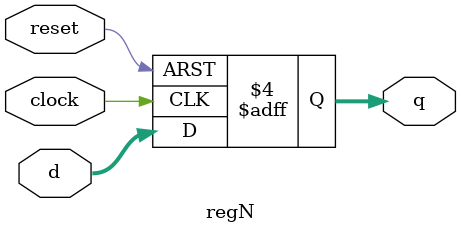
<source format=v>
module regN(reset,clock,d,q);
	input reset,clock;
	input [1:0] d;
	
	output [1:0] q;
	reg [1:0] q;
	
	always @(posedge clock or negedge reset)
	begin
		if(!reset)
			q=0;
		else if(clock ==1)
			q=d;
	end
endmodule
</source>
